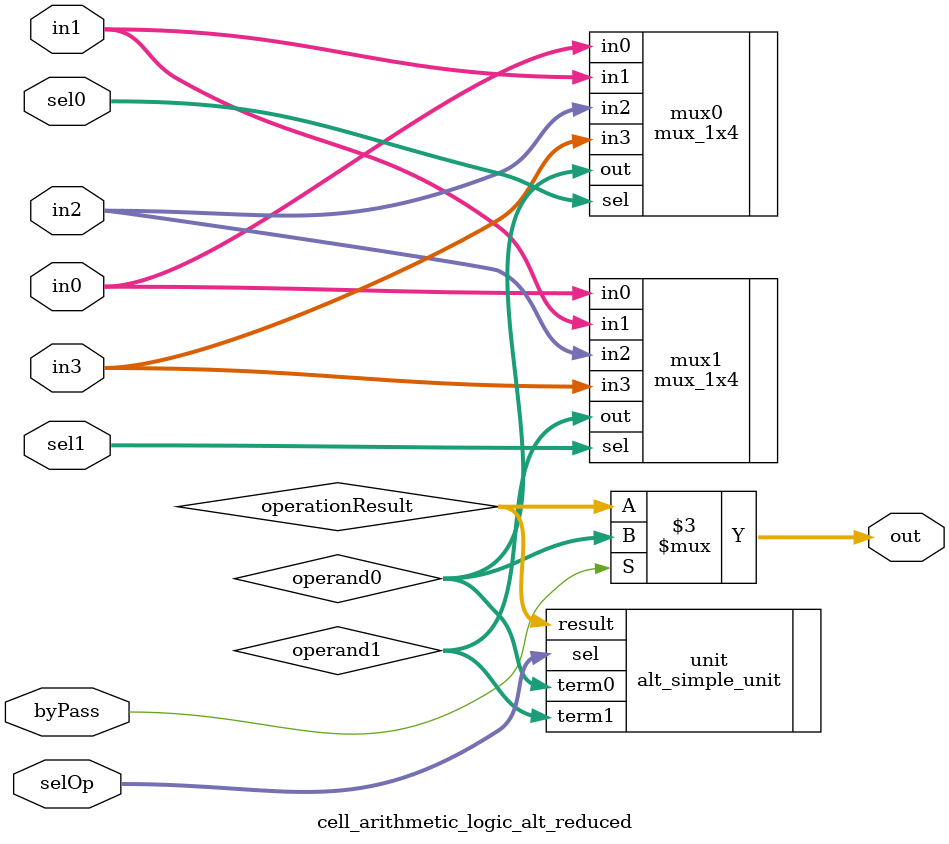
<source format=v>


module cell_arithmetic_logic_alt_reduced(
	in0,	//I: inputs
	in1,
	in2,
	in3,
	byPass, //I: bypass signal - if set, the output will be the operand input given by the sel0 selection signal
	sel0,	//I: operands selections
	sel1,
	selOp,	//I: operation selection
	out		//O: result
);
	
	parameter WIDTH = 32;
	input [(WIDTH - 1) : 0] in0;
	input [(WIDTH - 1) : 0] in1;
	input [(WIDTH - 1) : 0] in2;
	input [(WIDTH - 1) : 0] in3;
	
	input [1:0] sel0;
	input [1:0] sel1;
	input [1:0] selOp;
	input byPass;
	
	output reg[(WIDTH - 1) : 0] out;
	
	wire [WIDTH - 1 : 0] operand0;
	wire [WIDTH - 1 : 0] operand1;
	
	wire [WIDTH - 1 : 0] operationResult;
	
	mux_1x4 #(WIDTH) mux0(.in0(in0), .in1(in1), .in2(in2), .in3(in3), .sel(sel0), .out(operand0));
	mux_1x4 #(WIDTH) mux1(.in0(in0), .in1(in1), .in2(in2), .in3(in3), .sel(sel1), .out(operand1));
	alt_simple_unit #(WIDTH) unit(.term0(operand0), .term1(operand1), .sel(selOp), .result(operationResult));

	always @*
		if (byPass)
			out = operand0;
		else
			out = operationResult;
	
endmodule

</source>
